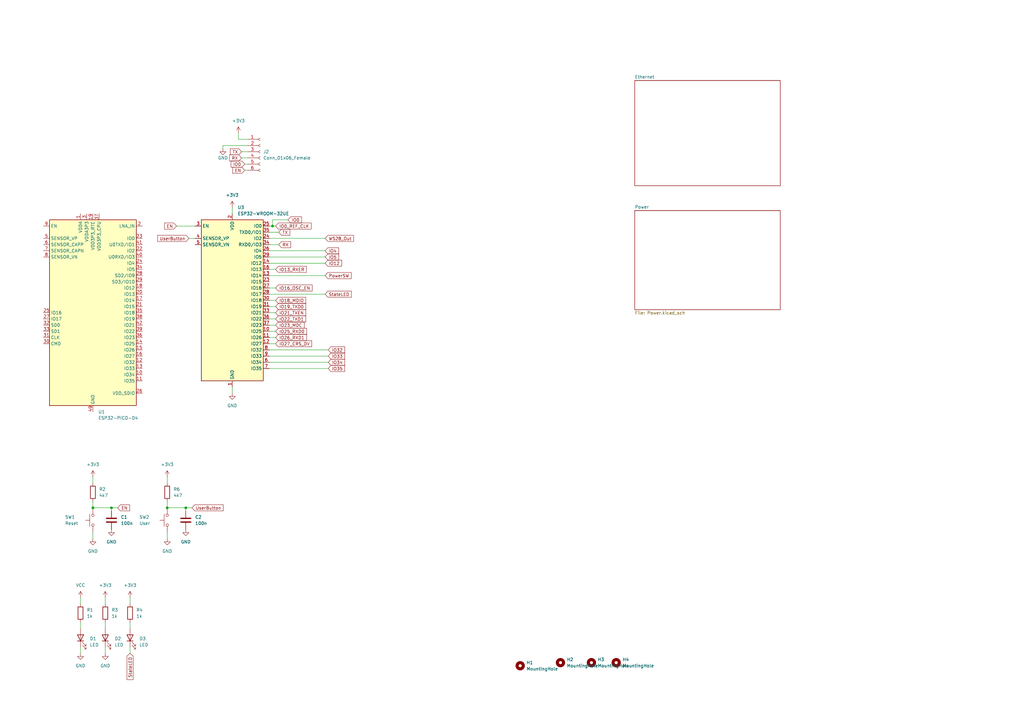
<source format=kicad_sch>
(kicad_sch (version 20231120) (generator "eeschema") (generator_version "8.0")
  (paper "A3")
  (lib_symbols
    (symbol "Connector:Conn_01x06_Female" (pin_names (offset 1.016) hide)
      (property "Reference" "J" (at 0 7.62 0))
      (property "Value" "Conn_01x06_Female" (at 0 -10.16 0))
      (symbol "Conn_01x06_Female_1_1"
        (arc (start 0 -7.112) (mid -0.5058 -7.62) (end 0 -8.128) (stroke (width 0.1524)))
        (arc (start 0 -4.572) (mid -0.5058 -5.08) (end 0 -5.588) (stroke (width 0.1524)))
        (arc (start 0 -2.032) (mid -0.5058 -2.54) (end 0 -3.048) (stroke (width 0.1524)))
        (polyline (pts (xy -1.27 -7.62) (xy -0.508 -7.62)) (stroke (width 0.1524)))
        (polyline (pts (xy -1.27 -5.08) (xy -0.508 -5.08)) (stroke (width 0.1524)))
        (polyline (pts (xy -1.27 -2.54) (xy -0.508 -2.54)) (stroke (width 0.1524)))
        (polyline (pts (xy -1.27 0) (xy -0.508 0)) (stroke (width 0.1524)))
        (polyline (pts (xy -1.27 2.54) (xy -0.508 2.54)) (stroke (width 0.1524)))
        (polyline (pts (xy -1.27 5.08) (xy -0.508 5.08)) (stroke (width 0.1524)))
        (arc (start 0 0.508) (mid -0.5058 0) (end 0 -0.508) (stroke (width 0.1524)))
        (arc (start 0 3.048) (mid -0.5058 2.54) (end 0 2.032) (stroke (width 0.1524)))
        (arc (start 0 5.588) (mid -0.5058 5.08) (end 0 4.572) (stroke (width 0.1524)))
        (pin passive line (at -5.08 5.08 0) (length 3.81) (name "Pin_1") (number "1"))
        (pin passive line (at -5.08 2.54 0) (length 3.81) (name "Pin_2") (number "2"))
        (pin passive line (at -5.08 0 0) (length 3.81) (name "Pin_3") (number "3"))
        (pin passive line (at -5.08 -2.54 0) (length 3.81) (name "Pin_4") (number "4"))
        (pin passive line (at -5.08 -5.08 0) (length 3.81) (name "Pin_5") (number "5"))
        (pin passive line (at -5.08 -7.62 0) (length 3.81) (name "Pin_6") (number "6"))
      )
    )
    (symbol "Device:C" (pin_numbers hide) (pin_names (offset 0.254))
      (property "Reference" "C" (at 0.635 2.54 0))
      (property "Value" "C" (at 0.635 -2.54 0))
      (symbol "C_0_1"
        (polyline (pts (xy -2.032 -0.762) (xy 2.032 -0.762)) (stroke (width 0.508)))
        (polyline (pts (xy -2.032 0.762) (xy 2.032 0.762)) (stroke (width 0.508)))
      )
      (symbol "C_1_1"
        (pin passive line (at 0 3.81 270) (length 2.794) (name "~") (number "1"))
        (pin passive line (at 0 -3.81 90) (length 2.794) (name "~") (number "2"))
      )
    )
    (symbol "Device:LED" (pin_numbers hide) (pin_names (offset 1.016) hide)
      (property "Reference" "D" (at 0 2.54 0))
      (property "Value" "LED" (at 0 -2.54 0))
      (symbol "LED_0_1"
        (polyline (pts (xy -1.27 -1.27) (xy -1.27 1.27)) (stroke (width 0.254)))
        (polyline (pts (xy -1.27 0) (xy 1.27 0)))
        (polyline (pts (xy 1.27 -1.27) (xy 1.27 1.27) (xy -1.27 0) (xy 1.27 -1.27)) (stroke (width 0.254)))
        (polyline (pts (xy -3.048 -0.762) (xy -4.572 -2.286) (xy -3.81 -2.286) (xy -4.572 -2.286) (xy -4.572 -1.524)))
        (polyline (pts (xy -1.778 -0.762) (xy -3.302 -2.286) (xy -2.54 -2.286) (xy -3.302 -2.286) (xy -3.302 -1.524)))
      )
      (symbol "LED_1_1"
        (pin passive line (at -3.81 0 0) (length 2.54) (name "K") (number "1"))
        (pin passive line (at 3.81 0 180) (length 2.54) (name "A") (number "2"))
      )
    )
    (symbol "Device:R" (pin_numbers hide) (pin_names (offset 0))
      (property "Reference" "R" (at 2.032 0 90))
      (property "Value" "R" (at 0 0 90))
      (symbol "R_0_1"
        (rectangle (start -1.016 -2.54) (end 1.016 2.54) (stroke (width 0.254)))
      )
      (symbol "R_1_1"
        (pin passive line (at 0 3.81 270) (length 1.27) (name "~") (number "1"))
        (pin passive line (at 0 -3.81 90) (length 1.27) (name "~") (number "2"))
      )
    )
    (symbol "MCU_Espressif:ESP32-PICO-D4"
      (property "Reference" "U" (at -17.78 39.37 0))
      (property "Value" "ESP32-PICO-D4" (at 3.81 39.37 0))
      (symbol "ESP32-PICO-D4_0_0"
        (pin power_in line (at -5.08 40.64 270) (length 2.54) (name "VDDA") (number "1"))
        (pin input line (at 20.32 -25.4 180) (length 2.54) (name "IO34") (number "10"))
        (pin input line (at 20.32 -27.94 180) (length 2.54) (name "IO35") (number "11"))
        (pin bidirectional line (at 20.32 -20.32 180) (length 2.54) (name "IO32") (number "12"))
        (pin bidirectional line (at 20.32 -22.86 180) (length 2.54) (name "IO33") (number "13"))
        (pin bidirectional line (at 20.32 -12.7 180) (length 2.54) (name "IO25") (number "14"))
        (pin bidirectional line (at 20.32 -15.24 180) (length 2.54) (name "IO26") (number "15"))
        (pin bidirectional line (at 20.32 -17.78 180) (length 2.54) (name "IO27") (number "16"))
        (pin bidirectional line (at 20.32 5.08 180) (length 2.54) (name "IO14") (number "17"))
        (pin bidirectional line (at 20.32 10.16 180) (length 2.54) (name "IO12") (number "18"))
        (pin power_in line (at 0 40.64 270) (length 2.54) (name "VDD3P3_RTC") (number "19"))
        (pin bidirectional line (at 20.32 35.56 180) (length 2.54) (name "LNA_IN") (number "2"))
        (pin bidirectional line (at 20.32 7.62 180) (length 2.54) (name "IO13") (number "20"))
        (pin bidirectional line (at 20.32 2.54 180) (length 2.54) (name "IO15") (number "21"))
        (pin bidirectional line (at 20.32 25.4 180) (length 2.54) (name "IO2") (number "22"))
        (pin bidirectional line (at 20.32 30.48 180) (length 2.54) (name "IO0") (number "23"))
        (pin bidirectional line (at 20.32 20.32 180) (length 2.54) (name "IO4") (number "24"))
        (pin bidirectional line (at -20.32 0 0) (length 2.54) (name "IO16") (number "25"))
        (pin power_out line (at 20.32 -33.02 180) (length 2.54) (name "VDD_SDIO") (number "26"))
        (pin bidirectional line (at -20.32 -2.54 0) (length 2.54) (name "IO17") (number "27"))
        (pin bidirectional line (at 20.32 15.24 180) (length 2.54) (name "SD2/IO9") (number "28"))
        (pin bidirectional line (at 20.32 12.7 180) (length 2.54) (name "SD3/IO10") (number "29"))
        (pin power_in line (at -2.54 40.64 270) (length 2.54) (name "VDDA3P3") (number "3"))
        (pin bidirectional line (at -20.32 -12.7 0) (length 2.54) (name "CMD") (number "30"))
        (pin bidirectional line (at -20.32 -10.16 0) (length 2.54) (name "CLK") (number "31"))
        (pin bidirectional line (at -20.32 -5.08 0) (length 2.54) (name "SD0") (number "32"))
        (pin bidirectional line (at -20.32 -7.62 0) (length 2.54) (name "SD1") (number "33"))
        (pin bidirectional line (at 20.32 17.78 180) (length 2.54) (name "IO5") (number "34"))
        (pin bidirectional line (at 20.32 0 180) (length 2.54) (name "IO18") (number "35"))
        (pin bidirectional line (at 20.32 -10.16 180) (length 2.54) (name "IO23") (number "36"))
        (pin power_in line (at 2.54 40.64 270) (length 2.54) (name "VDD3P3_CPU") (number "37"))
        (pin bidirectional line (at 20.32 -2.54 180) (length 2.54) (name "IO19") (number "38"))
        (pin bidirectional line (at 20.32 -7.62 180) (length 2.54) (name "IO22") (number "39"))
        (pin passive line (at -2.54 40.64 270) (length 2.54) hide (name "VDDA3P3") (number "4"))
        (pin bidirectional line (at 20.32 22.86 180) (length 2.54) (name "U0RXD/IO3") (number "40"))
        (pin bidirectional line (at 20.32 27.94 180) (length 2.54) (name "U0TXD/IO1") (number "41"))
        (pin bidirectional line (at 20.32 -5.08 180) (length 2.54) (name "IO21") (number "42"))
        (pin passive line (at -5.08 40.64 270) (length 2.54) hide (name "VDDA") (number "43"))
        (pin no_connect line (at -17.78 -25.4 0) (length 2.54) hide (name "XTAL_N_NC") (number "44"))
        (pin no_connect line (at -17.78 -27.94 0) (length 2.54) hide (name "XTAL_P_NC") (number "45"))
        (pin passive line (at -5.08 40.64 270) (length 2.54) hide (name "VDDA") (number "46"))
        (pin no_connect line (at -17.78 -30.48 0) (length 2.54) hide (name "CAP2_NC") (number "47"))
        (pin no_connect line (at -17.78 -33.02 0) (length 2.54) hide (name "CAP1_NC") (number "48"))
        (pin power_in line (at 0 -40.64 90) (length 2.54) (name "GND") (number "49"))
        (pin input line (at -20.32 30.48 0) (length 2.54) (name "SENSOR_VP") (number "5"))
        (pin input line (at -20.32 27.94 0) (length 2.54) (name "SENSOR_CAPP") (number "6"))
        (pin input line (at -20.32 25.4 0) (length 2.54) (name "SENSOR_CAPN") (number "7"))
        (pin input line (at -20.32 22.86 0) (length 2.54) (name "SENSOR_VN") (number "8"))
        (pin input line (at -20.32 35.56 0) (length 2.54) (name "EN") (number "9"))
      )
      (symbol "ESP32-PICO-D4_0_1"
        (rectangle (start -17.78 38.1) (end 17.78 -38.1) (stroke (width 0.254)) (fill (type background)))
      )
    )
    (symbol "Mechanical:MountingHole" (pin_names (offset 1.016))
      (property "Reference" "H" (at 0 5.08 0))
      (property "Value" "MountingHole" (at 0 3.175 0))
      (symbol "MountingHole_0_1"
        (circle (center 0 0) (radius 1.27) (stroke (width 1.27)))
      )
    )
    (symbol "RF_Module:ESP32-WROOM-32UE"
      (property "Reference" "U" (at -12.7 34.29 0))
      (property "Value" "ESP32-WROOM-32UE" (at 1.27 34.29 0))
      (symbol "ESP32-WROOM-32UE_0_1"
        (rectangle (start -12.7 33.02) (end 12.7 -33.02) (stroke (width 0.254)) (fill (type background)))
      )
      (symbol "ESP32-WROOM-32UE_1_1"
        (pin power_in line (at 0 -35.56 90) (length 2.54) (name "GND") (number "1"))
        (pin bidirectional line (at 15.24 -12.7 180) (length 2.54) (name "IO25") (number "10"))
        (pin bidirectional line (at 15.24 -15.24 180) (length 2.54) (name "IO26") (number "11"))
        (pin bidirectional line (at 15.24 -17.78 180) (length 2.54) (name "IO27") (number "12"))
        (pin bidirectional line (at 15.24 10.16 180) (length 2.54) (name "IO14") (number "13"))
        (pin bidirectional line (at 15.24 15.24 180) (length 2.54) (name "IO12") (number "14"))
        (pin passive line (at 0 -35.56 90) (length 2.54) hide (name "GND") (number "15"))
        (pin bidirectional line (at 15.24 12.7 180) (length 2.54) (name "IO13") (number "16"))
        (pin no_connect line (at -12.7 -5.08 0) (length 2.54) hide (name "NC") (number "17"))
        (pin no_connect line (at -12.7 -7.62 0) (length 2.54) hide (name "NC") (number "18"))
        (pin no_connect line (at -12.7 -12.7 0) (length 2.54) hide (name "NC") (number "19"))
        (pin power_in line (at 0 35.56 270) (length 2.54) (name "VDD") (number "2"))
        (pin no_connect line (at -12.7 -10.16 0) (length 2.54) hide (name "NC") (number "20"))
        (pin no_connect line (at -12.7 0 0) (length 2.54) hide (name "NC") (number "21"))
        (pin no_connect line (at -12.7 -2.54 0) (length 2.54) hide (name "NC") (number "22"))
        (pin bidirectional line (at 15.24 7.62 180) (length 2.54) (name "IO15") (number "23"))
        (pin bidirectional line (at 15.24 25.4 180) (length 2.54) (name "IO2") (number "24"))
        (pin bidirectional line (at 15.24 30.48 180) (length 2.54) (name "IO0") (number "25"))
        (pin bidirectional line (at 15.24 20.32 180) (length 2.54) (name "IO4") (number "26"))
        (pin bidirectional line (at 15.24 5.08 180) (length 2.54) (name "IO16") (number "27"))
        (pin bidirectional line (at 15.24 2.54 180) (length 2.54) (name "IO17") (number "28"))
        (pin bidirectional line (at 15.24 17.78 180) (length 2.54) (name "IO5") (number "29"))
        (pin input line (at -15.24 30.48 0) (length 2.54) (name "EN") (number "3"))
        (pin bidirectional line (at 15.24 0 180) (length 2.54) (name "IO18") (number "30"))
        (pin bidirectional line (at 15.24 -2.54 180) (length 2.54) (name "IO19") (number "31"))
        (pin no_connect line (at -12.7 -27.94 0) (length 2.54) hide (name "NC") (number "32"))
        (pin bidirectional line (at 15.24 -5.08 180) (length 2.54) (name "IO21") (number "33"))
        (pin bidirectional line (at 15.24 22.86 180) (length 2.54) (name "RXD0/IO3") (number "34"))
        (pin bidirectional line (at 15.24 27.94 180) (length 2.54) (name "TXD0/IO1") (number "35"))
        (pin bidirectional line (at 15.24 -7.62 180) (length 2.54) (name "IO22") (number "36"))
        (pin bidirectional line (at 15.24 -10.16 180) (length 2.54) (name "IO23") (number "37"))
        (pin passive line (at 0 -35.56 90) (length 2.54) hide (name "GND") (number "38"))
        (pin passive line (at 0 -35.56 90) (length 2.54) hide (name "GND") (number "39"))
        (pin input line (at -15.24 25.4 0) (length 2.54) (name "SENSOR_VP") (number "4"))
        (pin input line (at -15.24 22.86 0) (length 2.54) (name "SENSOR_VN") (number "5"))
        (pin input line (at 15.24 -25.4 180) (length 2.54) (name "IO34") (number "6"))
        (pin input line (at 15.24 -27.94 180) (length 2.54) (name "IO35") (number "7"))
        (pin bidirectional line (at 15.24 -20.32 180) (length 2.54) (name "IO32") (number "8"))
        (pin bidirectional line (at 15.24 -22.86 180) (length 2.54) (name "IO33") (number "9"))
      )
    )
    (symbol "Switch:SW_Push" (pin_numbers hide) (pin_names (offset 1.016) hide)
      (property "Reference" "SW" (at 1.27 2.54 0))
      (property "Value" "SW_Push" (at 0 -1.524 0))
      (symbol "SW_Push_0_1"
        (circle (center -2.032 0) (radius 0.508))
        (polyline (pts (xy 0 1.27) (xy 0 3.048)))
        (polyline (pts (xy 2.54 1.27) (xy -2.54 1.27)))
        (circle (center 2.032 0) (radius 0.508))
        (pin passive line (at -5.08 0 0) (length 2.54) (name "1") (number "1"))
        (pin passive line (at 5.08 0 180) (length 2.54) (name "2") (number "2"))
      )
    )
    (symbol "power:+3.3V" (power) (pin_names (offset 0))
      (property "Value" "+3.3V" (at 0 3.556 0))
      (symbol "+3.3V_0_1"
        (polyline (pts (xy -0.762 1.27) (xy 0 2.54)))
        (polyline (pts (xy 0 0) (xy 0 2.54)))
        (polyline (pts (xy 0 2.54) (xy 0.762 1.27)))
      )
      (symbol "+3.3V_1_1"
        (pin power_in line (at 0 0 90) (length 0) hide (name "+3V3") (number "1"))
      )
    )
    (symbol "power:+3V3" (power) (pin_names (offset 0))
      (property "Value" "+3V3" (at 0 3.556 0))
      (symbol "+3V3_0_1"
        (polyline (pts (xy -0.762 1.27) (xy 0 2.54)))
        (polyline (pts (xy 0 0) (xy 0 2.54)))
        (polyline (pts (xy 0 2.54) (xy 0.762 1.27)))
      )
      (symbol "+3V3_1_1"
        (pin power_in line (at 0 0 90) (length 0) hide (name "+3V3") (number "1"))
      )
    )
    (symbol "power:GND" (power) (pin_names (offset 0))
      (property "Value" "GND" (at 0 -3.81 0))
      (symbol "GND_0_1"
        (polyline (pts (xy 0 0) (xy 0 -1.27) (xy 1.27 -1.27) (xy 0 -2.54) (xy -1.27 -1.27) (xy 0 -1.27)))
      )
      (symbol "GND_1_1"
        (pin power_in line (at 0 0 270) (length 0) hide (name "GND") (number "1"))
      )
    )
    (symbol "power:VCC" (power) (pin_names (offset 0))
      (property "Value" "VCC" (at 0 3.81 0))
      (symbol "VCC_0_1"
        (polyline (pts (xy -0.762 1.27) (xy 0 2.54)))
        (polyline (pts (xy 0 0) (xy 0 2.54)))
        (polyline (pts (xy 0 2.54) (xy 0.762 1.27)))
      )
      (symbol "VCC_1_1"
        (pin power_in line (at 0 0 90) (length 0) hide (name "VCC") (number "1"))
      )
    )
  )
  (junction (at 38.1 208.28))
  (junction (at 111.76 92.71))
  (junction (at 76.2 208.28))
  (junction (at 45.72 208.28))
  (junction (at 68.58 208.28))
  (wire (pts (xy 97.79 57.15) (xy 97.79 54.61)))
  (wire (pts (xy 113.03 135.89) (xy 110.49 135.89)))
  (wire (pts (xy 68.58 218.44) (xy 68.58 220.98)))
  (wire (pts (xy 38.1 195.58) (xy 38.1 198.12)))
  (wire (pts (xy 113.03 110.49) (xy 110.49 110.49)))
  (wire (pts (xy 99.06 62.23) (xy 101.6 62.23)))
  (wire (pts (xy 38.1 218.44) (xy 38.1 220.98)))
  (wire (pts (xy 113.03 123.19) (xy 110.49 123.19)))
  (wire (pts (xy 113.03 128.27) (xy 110.49 128.27)))
  (wire (pts (xy 99.06 64.77) (xy 101.6 64.77)))
  (wire (pts (xy 113.03 140.97) (xy 110.49 140.97)))
  (wire (pts (xy 134.62 148.59) (xy 110.49 148.59)))
  (wire (pts (xy 43.18 255.27) (xy 43.18 257.81)))
  (wire (pts (xy 111.76 90.17) (xy 111.76 92.71)))
  (wire (pts (xy 77.47 97.79) (xy 80.01 97.79)))
  (wire (pts (xy 118.11 90.17) (xy 111.76 90.17)))
  (wire (pts (xy 100.33 67.31) (xy 101.6 67.31)))
  (wire (pts (xy 43.18 265.43) (xy 43.18 267.97)))
  (wire (pts (xy 110.49 113.03) (xy 133.35 113.03)))
  (wire (pts (xy 68.58 208.28) (xy 76.2 208.28)))
  (wire (pts (xy 91.44 59.69) (xy 101.6 59.69)))
  (wire (pts (xy 76.2 208.28) (xy 78.74 208.28)))
  (wire (pts (xy 33.02 265.43) (xy 33.02 267.97)))
  (wire (pts (xy 38.1 208.28) (xy 45.72 208.28)))
  (wire (pts (xy 134.62 151.13) (xy 110.49 151.13)))
  (wire (pts (xy 134.62 146.05) (xy 110.49 146.05)))
  (wire (pts (xy 113.03 92.71) (xy 111.76 92.71)))
  (wire (pts (xy 114.3 100.33) (xy 110.49 100.33)))
  (wire (pts (xy 95.25 85.09) (xy 95.25 87.63)))
  (wire (pts (xy 113.03 125.73) (xy 110.49 125.73)))
  (wire (pts (xy 133.35 120.65) (xy 110.49 120.65)))
  (wire (pts (xy 113.03 138.43) (xy 110.49 138.43)))
  (wire (pts (xy 53.34 265.43) (xy 53.34 267.97)))
  (wire (pts (xy 68.58 195.58) (xy 68.58 198.12)))
  (wire (pts (xy 68.58 205.74) (xy 68.58 208.28)))
  (wire (pts (xy 76.2 209.55) (xy 76.2 208.28)))
  (wire (pts (xy 111.76 92.71) (xy 110.49 92.71)))
  (wire (pts (xy 110.49 118.11) (xy 113.03 118.11)))
  (wire (pts (xy 43.18 245.11) (xy 43.18 247.65)))
  (wire (pts (xy 133.35 97.79) (xy 110.49 97.79)))
  (wire (pts (xy 113.03 133.35) (xy 110.49 133.35)))
  (wire (pts (xy 33.02 245.11) (xy 33.02 247.65)))
  (wire (pts (xy 101.6 57.15) (xy 97.79 57.15)))
  (wire (pts (xy 134.62 143.51) (xy 110.49 143.51)))
  (wire (pts (xy 45.72 209.55) (xy 45.72 208.28)))
  (wire (pts (xy 133.35 107.95) (xy 110.49 107.95)))
  (wire (pts (xy 53.34 255.27) (xy 53.34 257.81)))
  (wire (pts (xy 95.25 161.29) (xy 95.25 158.75)))
  (wire (pts (xy 45.72 208.28) (xy 48.26 208.28)))
  (wire (pts (xy 133.35 105.41) (xy 110.49 105.41)))
  (wire (pts (xy 38.1 205.74) (xy 38.1 208.28)))
  (wire (pts (xy 72.39 92.71) (xy 80.01 92.71)))
  (wire (pts (xy 33.02 255.27) (xy 33.02 257.81)))
  (wire (pts (xy 91.44 60.96) (xy 91.44 59.69)))
  (wire (pts (xy 53.34 245.11) (xy 53.34 247.65)))
  (wire (pts (xy 114.3 95.25) (xy 110.49 95.25)))
  (wire (pts (xy 100.33 69.85) (xy 101.6 69.85)))
  (wire (pts (xy 113.03 130.81) (xy 110.49 130.81)))
  (wire (pts (xy 133.35 102.87) (xy 110.49 102.87)))
  (global_label "IO23_MDC" (shape input) (at 113.03 133.35 0) (property "Intersheetrefs" "${INTERSHEET_REFS}" (effects (hide yes))))
  (global_label "RX" (shape input) (at 114.3 100.33 0) (property "Intersheetrefs" "${INTERSHEET_REFS}" (effects (hide yes))))
  (global_label "StateLED" (shape input) (at 53.34 267.97 270) (property "Intersheetrefs" "${INTERSHEET_REFS}" (effects (hide yes))))
  (global_label "IO19_TXD0" (shape input) (at 113.03 125.73 0) (property "Intersheetrefs" "${INTERSHEET_REFS}" (effects (hide yes))))
  (global_label "IO33" (shape input) (at 134.62 146.05 0) (property "Intersheetrefs" "${INTERSHEET_REFS}" (effects (hide yes))))
  (global_label "IO16_OSC_EN" (shape input) (at 113.03 118.11 0) (property "Intersheetrefs" "${INTERSHEET_REFS}" (effects (hide yes))))
  (global_label "IO25_RXD0" (shape input) (at 113.03 135.89 0) (property "Intersheetrefs" "${INTERSHEET_REFS}" (effects (hide yes))))
  (global_label "TX" (shape input) (at 114.3 95.25 0) (property "Intersheetrefs" "${INTERSHEET_REFS}" (effects (hide yes))))
  (global_label "IO18_MDIO" (shape input) (at 113.03 123.19 0) (property "Intersheetrefs" "${INTERSHEET_REFS}" (effects (hide yes))))
  (global_label "StateLED" (shape input) (at 133.35 120.65 0) (property "Intersheetrefs" "${INTERSHEET_REFS}" (effects (hide yes))))
  (global_label "IO27_CRS_DV" (shape input) (at 113.03 140.97 0) (property "Intersheetrefs" "${INTERSHEET_REFS}" (effects (hide yes))))
  (global_label "UserButton" (shape input) (at 77.47 97.79 180) (property "Intersheetrefs" "${INTERSHEET_REFS}" (effects (hide yes))))
  (global_label "IO21_TXEN" (shape input) (at 113.03 128.27 0) (property "Intersheetrefs" "${INTERSHEET_REFS}" (effects (hide yes))))
  (global_label "IO32" (shape input) (at 134.62 143.51 0) (property "Intersheetrefs" "${INTERSHEET_REFS}" (effects (hide yes))))
  (global_label "IO35" (shape input) (at 134.62 151.13 0) (property "Intersheetrefs" "${INTERSHEET_REFS}" (effects (hide yes))))
  (global_label "IO0" (shape input) (at 100.33 67.31 180) (property "Intersheetrefs" "${INTERSHEET_REFS}" (effects (hide yes))))
  (global_label "IO5" (shape input) (at 133.35 105.41 0) (property "Intersheetrefs" "${INTERSHEET_REFS}" (effects (hide yes))))
  (global_label "IO22_TXD1" (shape input) (at 113.03 130.81 0) (property "Intersheetrefs" "${INTERSHEET_REFS}" (effects (hide yes))))
  (global_label "EN" (shape input) (at 48.26 208.28 0) (property "Intersheetrefs" "${INTERSHEET_REFS}" (effects (hide yes))))
  (global_label "IO13_RXER" (shape input) (at 113.03 110.49 0) (property "Intersheetrefs" "${INTERSHEET_REFS}" (effects (hide yes))))
  (global_label "WS28_Out" (shape input) (at 133.35 97.79 0) (property "Intersheetrefs" "${INTERSHEET_REFS}" (effects (hide yes))))
  (global_label "RX" (shape input) (at 99.06 64.77 180) (property "Intersheetrefs" "${INTERSHEET_REFS}" (effects (hide yes))))
  (global_label "IO0" (shape input) (at 118.11 90.17 0) (property "Intersheetrefs" "${INTERSHEET_REFS}" (effects (hide yes))))
  (global_label "PowerSW" (shape input) (at 133.35 113.03 0) (property "Intersheetrefs" "${INTERSHEET_REFS}" (effects (hide yes))))
  (global_label "IO12" (shape input) (at 133.35 107.95 0) (property "Intersheetrefs" "${INTERSHEET_REFS}" (effects (hide yes))))
  (global_label "IO0_REF_CLK" (shape input) (at 113.03 92.71 0) (property "Intersheetrefs" "${INTERSHEET_REFS}" (effects (hide yes))))
  (global_label "EN" (shape input) (at 72.39 92.71 180) (property "Intersheetrefs" "${INTERSHEET_REFS}" (effects (hide yes))))
  (global_label "IO26_RXD1" (shape input) (at 113.03 138.43 0) (property "Intersheetrefs" "${INTERSHEET_REFS}" (effects (hide yes))))
  (global_label "TX" (shape input) (at 99.06 62.23 180) (property "Intersheetrefs" "${INTERSHEET_REFS}" (effects (hide yes))))
  (global_label "EN" (shape input) (at 100.33 69.85 180) (property "Intersheetrefs" "${INTERSHEET_REFS}" (effects (hide yes))))
  (global_label "IO34" (shape input) (at 134.62 148.59 0) (property "Intersheetrefs" "${INTERSHEET_REFS}" (effects (hide yes))))
  (global_label "IO4" (shape input) (at 133.35 102.87 0) (property "Intersheetrefs" "${INTERSHEET_REFS}" (effects (hide yes))))
  (global_label "UserButton" (shape input) (at 78.74 208.28 0) (property "Intersheetrefs" "${INTERSHEET_REFS}" (effects (hide yes))))
  (symbol (lib_id "Mechanical:MountingHole") (at 242.57 271.78 0) (unit 1)
    (property "Reference" "H3" (at 245.11 270.5099 0) (effects (justify left)))
    (property "Value" "MountingHole" (at 245.11 273.0499 0) (effects (justify left)))
    (property "Footprint" "MountingHole:MountingHole_2.1mm" (effects (hide yes)))
  )
  (symbol (lib_id "power:GND") (at 43.18 267.97 0) (unit 1)
    (property "Reference" "#PWR07" (effects (hide yes)))
    (property "Value" "GND" (at 43.18 273.05 0))
  )
  (symbol (lib_id "Device:R") (at 38.1 201.93 0) (unit 1)
    (property "Reference" "R2" (at 40.64 200.6599 0) (effects (justify left)))
    (property "Value" "4k7" (at 40.64 203.1999 0) (effects (justify left)))
    (property "Footprint" "Capacitor_SMD:C_0402_1005Metric" (effects (hide yes)))
  )
  (symbol (lib_id "power:GND") (at 38.1 220.98 0) (unit 1)
    (property "Reference" "#PWR04" (effects (hide yes)))
    (property "Value" "GND" (at 38.1 226.06 0))
  )
  (symbol (lib_id "power:GND") (at 95.25 161.29 0) (unit 1)
    (property "Reference" "#PWR017" (effects (hide yes)))
    (property "Value" "GND" (at 95.25 166.37 0))
  )
  (symbol (lib_id "power:+3.3V") (at 68.58 195.58 0) (unit 1)
    (property "Reference" "#PWR011" (effects (hide yes)))
    (property "Value" "+3V3" (at 68.58 190.5 0))
  )
  (symbol (lib_id "MCU_Espressif:ESP32-PICO-D4") (at 38.1 128.27 0) (unit 1)
    (property "Reference" "U1" (at 40.2941 168.91 0) (effects (justify left)))
    (property "Value" "ESP32-PICO-D4" (at 40.2941 171.45 0) (effects (justify left)))
    (property "Footprint" "Package_DFN_QFN:QFN-48-1EP_7x7mm_P0.5mm_EP5.3x5.3mm" (effects (hide yes)))
    (property "Datasheet" "https://www.espressif.com/sites/default/files/documentation/esp32-pico-d4_datasheet_en.pdf" (effects (hide yes)))
    (property "Description" "RF Module, ESP32 SoC, Wi-Fi 802.11b/g/n, Bluetooth, BLE, 32-bit, 2.7-3.6V, external antenna, QFN-48" (effects (hide yes)))
  )
  (symbol (lib_id "Device:C") (at 45.72 213.36 0) (unit 1)
    (property "Reference" "C1" (at 49.53 212.0899 0) (effects (justify left)))
    (property "Value" "100n" (at 49.53 214.6299 0) (effects (justify left)))
    (property "Footprint" "Capacitor_SMD:C_0402_1005Metric" (effects (hide yes)))
  )
  (symbol (lib_id "Device:R") (at 43.18 251.46 0) (unit 1)
    (property "Reference" "R3" (at 45.72 250.1899 0) (effects (justify left)))
    (property "Value" "1k" (at 45.72 252.7299 0) (effects (justify left)))
    (property "Footprint" "Resistor_SMD:R_0402_1005Metric" (effects (hide yes)))
  )
  (symbol (lib_id "Mechanical:MountingHole") (at 229.87 271.78 0) (unit 1)
    (property "Reference" "H2" (at 232.41 270.5099 0) (effects (justify left)))
    (property "Value" "MountingHole" (at 232.41 273.0499 0) (effects (justify left)))
    (property "Footprint" "MountingHole:MountingHole_2.1mm" (effects (hide yes)))
  )
  (symbol (lib_id "Connector:Conn_01x06_Female") (at 106.68 62.23 0) (unit 1)
    (property "Reference" "J2" (at 107.95 62.2299 0) (effects (justify left)))
    (property "Value" "Conn_01x06_Female" (at 107.95 64.7699 0) (effects (justify left)))
    (property "Footprint" "Connector_PinHeader_2.54mm:PinHeader_1x06_P2.54mm_Vertical" (effects (hide yes)))
  )
  (symbol (lib_id "power:+3.3V") (at 38.1 195.58 0) (unit 1)
    (property "Reference" "#PWR03" (effects (hide yes)))
    (property "Value" "+3V3" (at 38.1 190.5 0))
  )
  (symbol (lib_id "RF_Module:ESP32-WROOM-32UE") (at 95.25 123.19 0) (unit 1)
    (property "Reference" "U3" (at 97.4441 85.09 0) (effects (justify left)))
    (property "Value" "ESP32-WROOM-32UE" (at 97.4441 87.63 0) (effects (justify left)))
    (property "Footprint" "RF_Module:ESP32-WROOM-32UE" (effects (hide yes)))
    (property "Datasheet" "https://www.espressif.com/sites/default/files/documentation/esp32-wroom-32e_esp32-wroom-32ue_datasheet_en.pdf" (effects (hide yes)))
    (property "Description" "RF Module, ESP32-D0WD-V3 SoC, without PSRAM, Wi-Fi 802.11b/g/n, Bluetooth, BLE, 32-bit, 2.7-3.6V, external antenna, SMD" (effects (hide yes)))
  )
  (symbol (lib_id "Mechanical:MountingHole") (at 213.36 273.05 0) (unit 1)
    (property "Reference" "H1" (at 215.9 271.7799 0) (effects (justify left)))
    (property "Value" "MountingHole" (at 215.9 274.3199 0) (effects (justify left)))
    (property "Footprint" "MountingHole:MountingHole_2.1mm" (effects (hide yes)))
  )
  (symbol (lib_id "power:GND") (at 91.44 60.96 0) (unit 1)
    (property "Reference" "#PWR015" (effects (hide yes)))
    (property "Value" "GND" (at 91.44 64.77 0))
  )
  (symbol (lib_id "Device:R") (at 53.34 251.46 0) (unit 1)
    (property "Reference" "R4" (at 55.88 250.1899 0) (effects (justify left)))
    (property "Value" "1k" (at 55.88 252.7299 0) (effects (justify left)))
    (property "Footprint" "Resistor_SMD:R_0402_1005Metric" (effects (hide yes)))
  )
  (symbol (lib_id "Mechanical:MountingHole") (at 252.73 271.78 0) (unit 1)
    (property "Reference" "H4" (at 255.27 270.5099 0) (effects (justify left)))
    (property "Value" "MountingHole" (at 255.27 273.0499 0) (effects (justify left)))
    (property "Footprint" "MountingHole:MountingHole_2.1mm" (effects (hide yes)))
  )
  (symbol (lib_id "power:+3V3") (at 95.25 85.09 0) (unit 1)
    (property "Reference" "#PWR016" (effects (hide yes)))
    (property "Value" "+3V3" (at 95.25 80.01 0))
  )
  (symbol (lib_id "power:+3.3V") (at 53.34 245.11 0) (unit 1)
    (property "Reference" "#PWR09" (effects (hide yes)))
    (property "Value" "+3V3" (at 53.34 240.03 0))
  )
  (symbol (lib_id "power:+3V3") (at 97.79 54.61 0) (unit 1)
    (property "Reference" "#PWR018" (effects (hide yes)))
    (property "Value" "+3V3" (at 97.79 49.53 0))
  )
  (symbol (lib_id "power:GND") (at 45.72 217.17 0) (unit 1)
    (property "Reference" "#PWR08" (effects (hide yes)))
    (property "Value" "GND" (at 45.72 222.25 0))
  )
  (symbol (lib_id "power:GND") (at 68.58 220.98 0) (unit 1)
    (property "Reference" "#PWR012" (effects (hide yes)))
    (property "Value" "GND" (at 68.58 226.06 0))
  )
  (symbol (lib_id "Device:R") (at 33.02 251.46 0) (unit 1)
    (property "Reference" "R1" (at 35.56 250.1899 0) (effects (justify left)))
    (property "Value" "1k" (at 35.56 252.7299 0) (effects (justify left)))
    (property "Footprint" "Resistor_SMD:R_0402_1005Metric" (effects (hide yes)))
  )
  (symbol (lib_id "Switch:SW_Push") (at 68.58 213.36 90) (unit 1)
    (property "Reference" "SW2" (at 57.15 212.09 90) (effects (justify right)))
    (property "Value" "User" (at 57.15 214.63 90) (effects (justify right)))
    (property "Footprint" "Button_Switch_SMD:SW_SPST_TL3342" (effects (hide yes)))
  )
  (symbol (lib_id "power:GND") (at 33.02 267.97 0) (unit 1)
    (property "Reference" "#PWR02" (effects (hide yes)))
    (property "Value" "GND" (at 33.02 273.05 0))
  )
  (symbol (lib_id "power:+3.3V") (at 43.18 245.11 0) (unit 1)
    (property "Reference" "#PWR06" (effects (hide yes)))
    (property "Value" "+3V3" (at 43.18 240.03 0))
  )
  (symbol (lib_id "Device:LED") (at 53.34 261.62 90) (unit 1)
    (property "Reference" "D3" (at 57.15 261.9374 90) (effects (justify right)))
    (property "Value" "LED" (at 57.15 264.4774 90) (effects (justify right)))
    (property "Footprint" "LED_SMD:LED_0402_1005Metric" (effects (hide yes)))
  )
  (symbol (lib_id "Device:LED") (at 33.02 261.62 90) (unit 1)
    (property "Reference" "D1" (at 36.83 261.9374 90) (effects (justify right)))
    (property "Value" "LED" (at 36.83 264.4774 90) (effects (justify right)))
    (property "Footprint" "LED_SMD:LED_0402_1005Metric" (effects (hide yes)))
  )
  (symbol (lib_id "power:GND") (at 76.2 217.17 0) (unit 1)
    (property "Reference" "#PWR014" (effects (hide yes)))
    (property "Value" "GND" (at 76.2 222.25 0))
  )
  (symbol (lib_id "power:VCC") (at 33.02 245.11 0) (unit 1)
    (property "Reference" "#PWR01" (effects (hide yes)))
    (property "Value" "VCC" (at 33.02 240.03 0))
  )
  (symbol (lib_id "Switch:SW_Push") (at 38.1 213.36 90) (unit 1)
    (property "Reference" "SW1" (at 26.67 212.09 90) (effects (justify right)))
    (property "Value" "Reset" (at 26.67 214.63 90) (effects (justify right)))
    (property "Footprint" "Button_Switch_SMD:SW_SPST_TL3342" (effects (hide yes)))
  )
  (symbol (lib_id "Device:LED") (at 43.18 261.62 90) (unit 1)
    (property "Reference" "D2" (at 46.99 261.9374 90) (effects (justify right)))
    (property "Value" "LED" (at 46.99 264.4774 90) (effects (justify right)))
    (property "Footprint" "LED_SMD:LED_0402_1005Metric" (effects (hide yes)))
  )
  (symbol (lib_id "Device:C") (at 76.2 213.36 0) (unit 1)
    (property "Reference" "C2" (at 80.01 212.0899 0) (effects (justify left)))
    (property "Value" "100n" (at 80.01 214.6299 0) (effects (justify left)))
    (property "Footprint" "Capacitor_SMD:C_0402_1005Metric" (effects (hide yes)))
  )
  (symbol (lib_id "Device:R") (at 68.58 201.93 0) (unit 1)
    (property "Reference" "R6" (at 71.12 200.6599 0) (effects (justify left)))
    (property "Value" "4k7" (at 71.12 203.1999 0) (effects (justify left)))
    (property "Footprint" "Capacitor_SMD:C_0402_1005Metric" (effects (hide yes)))
  )
  (sheet (at 260.35 33.02) (size 59.69 43.18) (stroke (width 0.1524))
    (property "Sheetname" "Ethernet" (at 260.35 32.3084 0) (effects (justify left bottom)))
    (property "Sheetfile" "Ethernet.kicad_sch" (effects (hide yes)))
  )
  (sheet (at 260.35 86.36) (size 59.69 40.64) (stroke (width 0.1524))
    (property "Sheetname" "Power" (at 260.35 85.6484 0) (effects (justify left bottom)))
    (property "Sheetfile" "Power.kicad_sch" (at 260.35 127.5846 0) (effects (justify left top)))
  )
)
</source>
